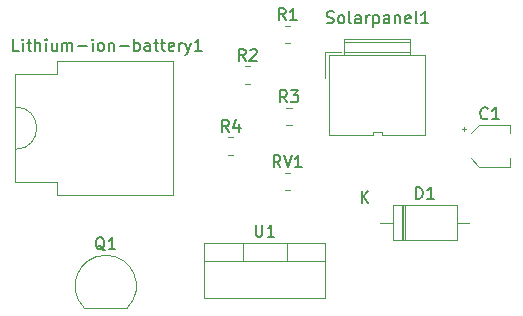
<source format=gbr>
%TF.GenerationSoftware,KiCad,Pcbnew,9.0.0*%
%TF.CreationDate,2025-03-25T11:32:13+05:30*%
%TF.ProjectId,solarpannel_project,736f6c61-7270-4616-9e6e-656c5f70726f,rev?*%
%TF.SameCoordinates,Original*%
%TF.FileFunction,Legend,Top*%
%TF.FilePolarity,Positive*%
%FSLAX46Y46*%
G04 Gerber Fmt 4.6, Leading zero omitted, Abs format (unit mm)*
G04 Created by KiCad (PCBNEW 9.0.0) date 2025-03-25 11:32:13*
%MOMM*%
%LPD*%
G01*
G04 APERTURE LIST*
%ADD10C,0.150000*%
%ADD11C,0.120000*%
G04 APERTURE END LIST*
D10*
X125653809Y-78954819D02*
X125177619Y-78954819D01*
X125177619Y-78954819D02*
X125177619Y-77954819D01*
X125987143Y-78954819D02*
X125987143Y-78288152D01*
X125987143Y-77954819D02*
X125939524Y-78002438D01*
X125939524Y-78002438D02*
X125987143Y-78050057D01*
X125987143Y-78050057D02*
X126034762Y-78002438D01*
X126034762Y-78002438D02*
X125987143Y-77954819D01*
X125987143Y-77954819D02*
X125987143Y-78050057D01*
X126320476Y-78288152D02*
X126701428Y-78288152D01*
X126463333Y-77954819D02*
X126463333Y-78811961D01*
X126463333Y-78811961D02*
X126510952Y-78907200D01*
X126510952Y-78907200D02*
X126606190Y-78954819D01*
X126606190Y-78954819D02*
X126701428Y-78954819D01*
X127034762Y-78954819D02*
X127034762Y-77954819D01*
X127463333Y-78954819D02*
X127463333Y-78431009D01*
X127463333Y-78431009D02*
X127415714Y-78335771D01*
X127415714Y-78335771D02*
X127320476Y-78288152D01*
X127320476Y-78288152D02*
X127177619Y-78288152D01*
X127177619Y-78288152D02*
X127082381Y-78335771D01*
X127082381Y-78335771D02*
X127034762Y-78383390D01*
X127939524Y-78954819D02*
X127939524Y-78288152D01*
X127939524Y-77954819D02*
X127891905Y-78002438D01*
X127891905Y-78002438D02*
X127939524Y-78050057D01*
X127939524Y-78050057D02*
X127987143Y-78002438D01*
X127987143Y-78002438D02*
X127939524Y-77954819D01*
X127939524Y-77954819D02*
X127939524Y-78050057D01*
X128844285Y-78288152D02*
X128844285Y-78954819D01*
X128415714Y-78288152D02*
X128415714Y-78811961D01*
X128415714Y-78811961D02*
X128463333Y-78907200D01*
X128463333Y-78907200D02*
X128558571Y-78954819D01*
X128558571Y-78954819D02*
X128701428Y-78954819D01*
X128701428Y-78954819D02*
X128796666Y-78907200D01*
X128796666Y-78907200D02*
X128844285Y-78859580D01*
X129320476Y-78954819D02*
X129320476Y-78288152D01*
X129320476Y-78383390D02*
X129368095Y-78335771D01*
X129368095Y-78335771D02*
X129463333Y-78288152D01*
X129463333Y-78288152D02*
X129606190Y-78288152D01*
X129606190Y-78288152D02*
X129701428Y-78335771D01*
X129701428Y-78335771D02*
X129749047Y-78431009D01*
X129749047Y-78431009D02*
X129749047Y-78954819D01*
X129749047Y-78431009D02*
X129796666Y-78335771D01*
X129796666Y-78335771D02*
X129891904Y-78288152D01*
X129891904Y-78288152D02*
X130034761Y-78288152D01*
X130034761Y-78288152D02*
X130130000Y-78335771D01*
X130130000Y-78335771D02*
X130177619Y-78431009D01*
X130177619Y-78431009D02*
X130177619Y-78954819D01*
X130653809Y-78573866D02*
X131415714Y-78573866D01*
X131891904Y-78954819D02*
X131891904Y-78288152D01*
X131891904Y-77954819D02*
X131844285Y-78002438D01*
X131844285Y-78002438D02*
X131891904Y-78050057D01*
X131891904Y-78050057D02*
X131939523Y-78002438D01*
X131939523Y-78002438D02*
X131891904Y-77954819D01*
X131891904Y-77954819D02*
X131891904Y-78050057D01*
X132510951Y-78954819D02*
X132415713Y-78907200D01*
X132415713Y-78907200D02*
X132368094Y-78859580D01*
X132368094Y-78859580D02*
X132320475Y-78764342D01*
X132320475Y-78764342D02*
X132320475Y-78478628D01*
X132320475Y-78478628D02*
X132368094Y-78383390D01*
X132368094Y-78383390D02*
X132415713Y-78335771D01*
X132415713Y-78335771D02*
X132510951Y-78288152D01*
X132510951Y-78288152D02*
X132653808Y-78288152D01*
X132653808Y-78288152D02*
X132749046Y-78335771D01*
X132749046Y-78335771D02*
X132796665Y-78383390D01*
X132796665Y-78383390D02*
X132844284Y-78478628D01*
X132844284Y-78478628D02*
X132844284Y-78764342D01*
X132844284Y-78764342D02*
X132796665Y-78859580D01*
X132796665Y-78859580D02*
X132749046Y-78907200D01*
X132749046Y-78907200D02*
X132653808Y-78954819D01*
X132653808Y-78954819D02*
X132510951Y-78954819D01*
X133272856Y-78288152D02*
X133272856Y-78954819D01*
X133272856Y-78383390D02*
X133320475Y-78335771D01*
X133320475Y-78335771D02*
X133415713Y-78288152D01*
X133415713Y-78288152D02*
X133558570Y-78288152D01*
X133558570Y-78288152D02*
X133653808Y-78335771D01*
X133653808Y-78335771D02*
X133701427Y-78431009D01*
X133701427Y-78431009D02*
X133701427Y-78954819D01*
X134177618Y-78573866D02*
X134939523Y-78573866D01*
X135415713Y-78954819D02*
X135415713Y-77954819D01*
X135415713Y-78335771D02*
X135510951Y-78288152D01*
X135510951Y-78288152D02*
X135701427Y-78288152D01*
X135701427Y-78288152D02*
X135796665Y-78335771D01*
X135796665Y-78335771D02*
X135844284Y-78383390D01*
X135844284Y-78383390D02*
X135891903Y-78478628D01*
X135891903Y-78478628D02*
X135891903Y-78764342D01*
X135891903Y-78764342D02*
X135844284Y-78859580D01*
X135844284Y-78859580D02*
X135796665Y-78907200D01*
X135796665Y-78907200D02*
X135701427Y-78954819D01*
X135701427Y-78954819D02*
X135510951Y-78954819D01*
X135510951Y-78954819D02*
X135415713Y-78907200D01*
X136749046Y-78954819D02*
X136749046Y-78431009D01*
X136749046Y-78431009D02*
X136701427Y-78335771D01*
X136701427Y-78335771D02*
X136606189Y-78288152D01*
X136606189Y-78288152D02*
X136415713Y-78288152D01*
X136415713Y-78288152D02*
X136320475Y-78335771D01*
X136749046Y-78907200D02*
X136653808Y-78954819D01*
X136653808Y-78954819D02*
X136415713Y-78954819D01*
X136415713Y-78954819D02*
X136320475Y-78907200D01*
X136320475Y-78907200D02*
X136272856Y-78811961D01*
X136272856Y-78811961D02*
X136272856Y-78716723D01*
X136272856Y-78716723D02*
X136320475Y-78621485D01*
X136320475Y-78621485D02*
X136415713Y-78573866D01*
X136415713Y-78573866D02*
X136653808Y-78573866D01*
X136653808Y-78573866D02*
X136749046Y-78526247D01*
X137082380Y-78288152D02*
X137463332Y-78288152D01*
X137225237Y-77954819D02*
X137225237Y-78811961D01*
X137225237Y-78811961D02*
X137272856Y-78907200D01*
X137272856Y-78907200D02*
X137368094Y-78954819D01*
X137368094Y-78954819D02*
X137463332Y-78954819D01*
X137653809Y-78288152D02*
X138034761Y-78288152D01*
X137796666Y-77954819D02*
X137796666Y-78811961D01*
X137796666Y-78811961D02*
X137844285Y-78907200D01*
X137844285Y-78907200D02*
X137939523Y-78954819D01*
X137939523Y-78954819D02*
X138034761Y-78954819D01*
X138749047Y-78907200D02*
X138653809Y-78954819D01*
X138653809Y-78954819D02*
X138463333Y-78954819D01*
X138463333Y-78954819D02*
X138368095Y-78907200D01*
X138368095Y-78907200D02*
X138320476Y-78811961D01*
X138320476Y-78811961D02*
X138320476Y-78431009D01*
X138320476Y-78431009D02*
X138368095Y-78335771D01*
X138368095Y-78335771D02*
X138463333Y-78288152D01*
X138463333Y-78288152D02*
X138653809Y-78288152D01*
X138653809Y-78288152D02*
X138749047Y-78335771D01*
X138749047Y-78335771D02*
X138796666Y-78431009D01*
X138796666Y-78431009D02*
X138796666Y-78526247D01*
X138796666Y-78526247D02*
X138320476Y-78621485D01*
X139225238Y-78954819D02*
X139225238Y-78288152D01*
X139225238Y-78478628D02*
X139272857Y-78383390D01*
X139272857Y-78383390D02*
X139320476Y-78335771D01*
X139320476Y-78335771D02*
X139415714Y-78288152D01*
X139415714Y-78288152D02*
X139510952Y-78288152D01*
X139749048Y-78288152D02*
X139987143Y-78954819D01*
X140225238Y-78288152D02*
X139987143Y-78954819D01*
X139987143Y-78954819D02*
X139891905Y-79192914D01*
X139891905Y-79192914D02*
X139844286Y-79240533D01*
X139844286Y-79240533D02*
X139749048Y-79288152D01*
X141130000Y-78954819D02*
X140558572Y-78954819D01*
X140844286Y-78954819D02*
X140844286Y-77954819D01*
X140844286Y-77954819D02*
X140749048Y-78097676D01*
X140749048Y-78097676D02*
X140653810Y-78192914D01*
X140653810Y-78192914D02*
X140558572Y-78240533D01*
X151716785Y-76577200D02*
X151859642Y-76624819D01*
X151859642Y-76624819D02*
X152097737Y-76624819D01*
X152097737Y-76624819D02*
X152192975Y-76577200D01*
X152192975Y-76577200D02*
X152240594Y-76529580D01*
X152240594Y-76529580D02*
X152288213Y-76434342D01*
X152288213Y-76434342D02*
X152288213Y-76339104D01*
X152288213Y-76339104D02*
X152240594Y-76243866D01*
X152240594Y-76243866D02*
X152192975Y-76196247D01*
X152192975Y-76196247D02*
X152097737Y-76148628D01*
X152097737Y-76148628D02*
X151907261Y-76101009D01*
X151907261Y-76101009D02*
X151812023Y-76053390D01*
X151812023Y-76053390D02*
X151764404Y-76005771D01*
X151764404Y-76005771D02*
X151716785Y-75910533D01*
X151716785Y-75910533D02*
X151716785Y-75815295D01*
X151716785Y-75815295D02*
X151764404Y-75720057D01*
X151764404Y-75720057D02*
X151812023Y-75672438D01*
X151812023Y-75672438D02*
X151907261Y-75624819D01*
X151907261Y-75624819D02*
X152145356Y-75624819D01*
X152145356Y-75624819D02*
X152288213Y-75672438D01*
X152859642Y-76624819D02*
X152764404Y-76577200D01*
X152764404Y-76577200D02*
X152716785Y-76529580D01*
X152716785Y-76529580D02*
X152669166Y-76434342D01*
X152669166Y-76434342D02*
X152669166Y-76148628D01*
X152669166Y-76148628D02*
X152716785Y-76053390D01*
X152716785Y-76053390D02*
X152764404Y-76005771D01*
X152764404Y-76005771D02*
X152859642Y-75958152D01*
X152859642Y-75958152D02*
X153002499Y-75958152D01*
X153002499Y-75958152D02*
X153097737Y-76005771D01*
X153097737Y-76005771D02*
X153145356Y-76053390D01*
X153145356Y-76053390D02*
X153192975Y-76148628D01*
X153192975Y-76148628D02*
X153192975Y-76434342D01*
X153192975Y-76434342D02*
X153145356Y-76529580D01*
X153145356Y-76529580D02*
X153097737Y-76577200D01*
X153097737Y-76577200D02*
X153002499Y-76624819D01*
X153002499Y-76624819D02*
X152859642Y-76624819D01*
X153764404Y-76624819D02*
X153669166Y-76577200D01*
X153669166Y-76577200D02*
X153621547Y-76481961D01*
X153621547Y-76481961D02*
X153621547Y-75624819D01*
X154573928Y-76624819D02*
X154573928Y-76101009D01*
X154573928Y-76101009D02*
X154526309Y-76005771D01*
X154526309Y-76005771D02*
X154431071Y-75958152D01*
X154431071Y-75958152D02*
X154240595Y-75958152D01*
X154240595Y-75958152D02*
X154145357Y-76005771D01*
X154573928Y-76577200D02*
X154478690Y-76624819D01*
X154478690Y-76624819D02*
X154240595Y-76624819D01*
X154240595Y-76624819D02*
X154145357Y-76577200D01*
X154145357Y-76577200D02*
X154097738Y-76481961D01*
X154097738Y-76481961D02*
X154097738Y-76386723D01*
X154097738Y-76386723D02*
X154145357Y-76291485D01*
X154145357Y-76291485D02*
X154240595Y-76243866D01*
X154240595Y-76243866D02*
X154478690Y-76243866D01*
X154478690Y-76243866D02*
X154573928Y-76196247D01*
X155050119Y-76624819D02*
X155050119Y-75958152D01*
X155050119Y-76148628D02*
X155097738Y-76053390D01*
X155097738Y-76053390D02*
X155145357Y-76005771D01*
X155145357Y-76005771D02*
X155240595Y-75958152D01*
X155240595Y-75958152D02*
X155335833Y-75958152D01*
X155669167Y-75958152D02*
X155669167Y-76958152D01*
X155669167Y-76005771D02*
X155764405Y-75958152D01*
X155764405Y-75958152D02*
X155954881Y-75958152D01*
X155954881Y-75958152D02*
X156050119Y-76005771D01*
X156050119Y-76005771D02*
X156097738Y-76053390D01*
X156097738Y-76053390D02*
X156145357Y-76148628D01*
X156145357Y-76148628D02*
X156145357Y-76434342D01*
X156145357Y-76434342D02*
X156097738Y-76529580D01*
X156097738Y-76529580D02*
X156050119Y-76577200D01*
X156050119Y-76577200D02*
X155954881Y-76624819D01*
X155954881Y-76624819D02*
X155764405Y-76624819D01*
X155764405Y-76624819D02*
X155669167Y-76577200D01*
X157002500Y-76624819D02*
X157002500Y-76101009D01*
X157002500Y-76101009D02*
X156954881Y-76005771D01*
X156954881Y-76005771D02*
X156859643Y-75958152D01*
X156859643Y-75958152D02*
X156669167Y-75958152D01*
X156669167Y-75958152D02*
X156573929Y-76005771D01*
X157002500Y-76577200D02*
X156907262Y-76624819D01*
X156907262Y-76624819D02*
X156669167Y-76624819D01*
X156669167Y-76624819D02*
X156573929Y-76577200D01*
X156573929Y-76577200D02*
X156526310Y-76481961D01*
X156526310Y-76481961D02*
X156526310Y-76386723D01*
X156526310Y-76386723D02*
X156573929Y-76291485D01*
X156573929Y-76291485D02*
X156669167Y-76243866D01*
X156669167Y-76243866D02*
X156907262Y-76243866D01*
X156907262Y-76243866D02*
X157002500Y-76196247D01*
X157478691Y-75958152D02*
X157478691Y-76624819D01*
X157478691Y-76053390D02*
X157526310Y-76005771D01*
X157526310Y-76005771D02*
X157621548Y-75958152D01*
X157621548Y-75958152D02*
X157764405Y-75958152D01*
X157764405Y-75958152D02*
X157859643Y-76005771D01*
X157859643Y-76005771D02*
X157907262Y-76101009D01*
X157907262Y-76101009D02*
X157907262Y-76624819D01*
X158764405Y-76577200D02*
X158669167Y-76624819D01*
X158669167Y-76624819D02*
X158478691Y-76624819D01*
X158478691Y-76624819D02*
X158383453Y-76577200D01*
X158383453Y-76577200D02*
X158335834Y-76481961D01*
X158335834Y-76481961D02*
X158335834Y-76101009D01*
X158335834Y-76101009D02*
X158383453Y-76005771D01*
X158383453Y-76005771D02*
X158478691Y-75958152D01*
X158478691Y-75958152D02*
X158669167Y-75958152D01*
X158669167Y-75958152D02*
X158764405Y-76005771D01*
X158764405Y-76005771D02*
X158812024Y-76101009D01*
X158812024Y-76101009D02*
X158812024Y-76196247D01*
X158812024Y-76196247D02*
X158335834Y-76291485D01*
X159383453Y-76624819D02*
X159288215Y-76577200D01*
X159288215Y-76577200D02*
X159240596Y-76481961D01*
X159240596Y-76481961D02*
X159240596Y-75624819D01*
X160288215Y-76624819D02*
X159716787Y-76624819D01*
X160002501Y-76624819D02*
X160002501Y-75624819D01*
X160002501Y-75624819D02*
X159907263Y-75767676D01*
X159907263Y-75767676D02*
X159812025Y-75862914D01*
X159812025Y-75862914D02*
X159716787Y-75910533D01*
X165333333Y-84659580D02*
X165285714Y-84707200D01*
X165285714Y-84707200D02*
X165142857Y-84754819D01*
X165142857Y-84754819D02*
X165047619Y-84754819D01*
X165047619Y-84754819D02*
X164904762Y-84707200D01*
X164904762Y-84707200D02*
X164809524Y-84611961D01*
X164809524Y-84611961D02*
X164761905Y-84516723D01*
X164761905Y-84516723D02*
X164714286Y-84326247D01*
X164714286Y-84326247D02*
X164714286Y-84183390D01*
X164714286Y-84183390D02*
X164761905Y-83992914D01*
X164761905Y-83992914D02*
X164809524Y-83897676D01*
X164809524Y-83897676D02*
X164904762Y-83802438D01*
X164904762Y-83802438D02*
X165047619Y-83754819D01*
X165047619Y-83754819D02*
X165142857Y-83754819D01*
X165142857Y-83754819D02*
X165285714Y-83802438D01*
X165285714Y-83802438D02*
X165333333Y-83850057D01*
X166285714Y-84754819D02*
X165714286Y-84754819D01*
X166000000Y-84754819D02*
X166000000Y-83754819D01*
X166000000Y-83754819D02*
X165904762Y-83897676D01*
X165904762Y-83897676D02*
X165809524Y-83992914D01*
X165809524Y-83992914D02*
X165714286Y-84040533D01*
X159261905Y-91484819D02*
X159261905Y-90484819D01*
X159261905Y-90484819D02*
X159500000Y-90484819D01*
X159500000Y-90484819D02*
X159642857Y-90532438D01*
X159642857Y-90532438D02*
X159738095Y-90627676D01*
X159738095Y-90627676D02*
X159785714Y-90722914D01*
X159785714Y-90722914D02*
X159833333Y-90913390D01*
X159833333Y-90913390D02*
X159833333Y-91056247D01*
X159833333Y-91056247D02*
X159785714Y-91246723D01*
X159785714Y-91246723D02*
X159738095Y-91341961D01*
X159738095Y-91341961D02*
X159642857Y-91437200D01*
X159642857Y-91437200D02*
X159500000Y-91484819D01*
X159500000Y-91484819D02*
X159261905Y-91484819D01*
X160785714Y-91484819D02*
X160214286Y-91484819D01*
X160500000Y-91484819D02*
X160500000Y-90484819D01*
X160500000Y-90484819D02*
X160404762Y-90627676D01*
X160404762Y-90627676D02*
X160309524Y-90722914D01*
X160309524Y-90722914D02*
X160214286Y-90770533D01*
X154658095Y-91854819D02*
X154658095Y-90854819D01*
X155229523Y-91854819D02*
X154800952Y-91283390D01*
X155229523Y-90854819D02*
X154658095Y-91426247D01*
X145698095Y-93684819D02*
X145698095Y-94494342D01*
X145698095Y-94494342D02*
X145745714Y-94589580D01*
X145745714Y-94589580D02*
X145793333Y-94637200D01*
X145793333Y-94637200D02*
X145888571Y-94684819D01*
X145888571Y-94684819D02*
X146079047Y-94684819D01*
X146079047Y-94684819D02*
X146174285Y-94637200D01*
X146174285Y-94637200D02*
X146221904Y-94589580D01*
X146221904Y-94589580D02*
X146269523Y-94494342D01*
X146269523Y-94494342D02*
X146269523Y-93684819D01*
X147269523Y-94684819D02*
X146698095Y-94684819D01*
X146983809Y-94684819D02*
X146983809Y-93684819D01*
X146983809Y-93684819D02*
X146888571Y-93827676D01*
X146888571Y-93827676D02*
X146793333Y-93922914D01*
X146793333Y-93922914D02*
X146698095Y-93970533D01*
X144833333Y-79804819D02*
X144500000Y-79328628D01*
X144261905Y-79804819D02*
X144261905Y-78804819D01*
X144261905Y-78804819D02*
X144642857Y-78804819D01*
X144642857Y-78804819D02*
X144738095Y-78852438D01*
X144738095Y-78852438D02*
X144785714Y-78900057D01*
X144785714Y-78900057D02*
X144833333Y-78995295D01*
X144833333Y-78995295D02*
X144833333Y-79138152D01*
X144833333Y-79138152D02*
X144785714Y-79233390D01*
X144785714Y-79233390D02*
X144738095Y-79281009D01*
X144738095Y-79281009D02*
X144642857Y-79328628D01*
X144642857Y-79328628D02*
X144261905Y-79328628D01*
X145214286Y-78900057D02*
X145261905Y-78852438D01*
X145261905Y-78852438D02*
X145357143Y-78804819D01*
X145357143Y-78804819D02*
X145595238Y-78804819D01*
X145595238Y-78804819D02*
X145690476Y-78852438D01*
X145690476Y-78852438D02*
X145738095Y-78900057D01*
X145738095Y-78900057D02*
X145785714Y-78995295D01*
X145785714Y-78995295D02*
X145785714Y-79090533D01*
X145785714Y-79090533D02*
X145738095Y-79233390D01*
X145738095Y-79233390D02*
X145166667Y-79804819D01*
X145166667Y-79804819D02*
X145785714Y-79804819D01*
X132904761Y-95850057D02*
X132809523Y-95802438D01*
X132809523Y-95802438D02*
X132714285Y-95707200D01*
X132714285Y-95707200D02*
X132571428Y-95564342D01*
X132571428Y-95564342D02*
X132476190Y-95516723D01*
X132476190Y-95516723D02*
X132380952Y-95516723D01*
X132428571Y-95754819D02*
X132333333Y-95707200D01*
X132333333Y-95707200D02*
X132238095Y-95611961D01*
X132238095Y-95611961D02*
X132190476Y-95421485D01*
X132190476Y-95421485D02*
X132190476Y-95088152D01*
X132190476Y-95088152D02*
X132238095Y-94897676D01*
X132238095Y-94897676D02*
X132333333Y-94802438D01*
X132333333Y-94802438D02*
X132428571Y-94754819D01*
X132428571Y-94754819D02*
X132619047Y-94754819D01*
X132619047Y-94754819D02*
X132714285Y-94802438D01*
X132714285Y-94802438D02*
X132809523Y-94897676D01*
X132809523Y-94897676D02*
X132857142Y-95088152D01*
X132857142Y-95088152D02*
X132857142Y-95421485D01*
X132857142Y-95421485D02*
X132809523Y-95611961D01*
X132809523Y-95611961D02*
X132714285Y-95707200D01*
X132714285Y-95707200D02*
X132619047Y-95754819D01*
X132619047Y-95754819D02*
X132428571Y-95754819D01*
X133809523Y-95754819D02*
X133238095Y-95754819D01*
X133523809Y-95754819D02*
X133523809Y-94754819D01*
X133523809Y-94754819D02*
X133428571Y-94897676D01*
X133428571Y-94897676D02*
X133333333Y-94992914D01*
X133333333Y-94992914D02*
X133238095Y-95040533D01*
X143420833Y-85804819D02*
X143087500Y-85328628D01*
X142849405Y-85804819D02*
X142849405Y-84804819D01*
X142849405Y-84804819D02*
X143230357Y-84804819D01*
X143230357Y-84804819D02*
X143325595Y-84852438D01*
X143325595Y-84852438D02*
X143373214Y-84900057D01*
X143373214Y-84900057D02*
X143420833Y-84995295D01*
X143420833Y-84995295D02*
X143420833Y-85138152D01*
X143420833Y-85138152D02*
X143373214Y-85233390D01*
X143373214Y-85233390D02*
X143325595Y-85281009D01*
X143325595Y-85281009D02*
X143230357Y-85328628D01*
X143230357Y-85328628D02*
X142849405Y-85328628D01*
X144277976Y-85138152D02*
X144277976Y-85804819D01*
X144039881Y-84757200D02*
X143801786Y-85471485D01*
X143801786Y-85471485D02*
X144420833Y-85471485D01*
X148333333Y-83304819D02*
X148000000Y-82828628D01*
X147761905Y-83304819D02*
X147761905Y-82304819D01*
X147761905Y-82304819D02*
X148142857Y-82304819D01*
X148142857Y-82304819D02*
X148238095Y-82352438D01*
X148238095Y-82352438D02*
X148285714Y-82400057D01*
X148285714Y-82400057D02*
X148333333Y-82495295D01*
X148333333Y-82495295D02*
X148333333Y-82638152D01*
X148333333Y-82638152D02*
X148285714Y-82733390D01*
X148285714Y-82733390D02*
X148238095Y-82781009D01*
X148238095Y-82781009D02*
X148142857Y-82828628D01*
X148142857Y-82828628D02*
X147761905Y-82828628D01*
X148666667Y-82304819D02*
X149285714Y-82304819D01*
X149285714Y-82304819D02*
X148952381Y-82685771D01*
X148952381Y-82685771D02*
X149095238Y-82685771D01*
X149095238Y-82685771D02*
X149190476Y-82733390D01*
X149190476Y-82733390D02*
X149238095Y-82781009D01*
X149238095Y-82781009D02*
X149285714Y-82876247D01*
X149285714Y-82876247D02*
X149285714Y-83114342D01*
X149285714Y-83114342D02*
X149238095Y-83209580D01*
X149238095Y-83209580D02*
X149190476Y-83257200D01*
X149190476Y-83257200D02*
X149095238Y-83304819D01*
X149095238Y-83304819D02*
X148809524Y-83304819D01*
X148809524Y-83304819D02*
X148714286Y-83257200D01*
X148714286Y-83257200D02*
X148666667Y-83209580D01*
X148223333Y-76354819D02*
X147890000Y-75878628D01*
X147651905Y-76354819D02*
X147651905Y-75354819D01*
X147651905Y-75354819D02*
X148032857Y-75354819D01*
X148032857Y-75354819D02*
X148128095Y-75402438D01*
X148128095Y-75402438D02*
X148175714Y-75450057D01*
X148175714Y-75450057D02*
X148223333Y-75545295D01*
X148223333Y-75545295D02*
X148223333Y-75688152D01*
X148223333Y-75688152D02*
X148175714Y-75783390D01*
X148175714Y-75783390D02*
X148128095Y-75831009D01*
X148128095Y-75831009D02*
X148032857Y-75878628D01*
X148032857Y-75878628D02*
X147651905Y-75878628D01*
X149175714Y-76354819D02*
X148604286Y-76354819D01*
X148890000Y-76354819D02*
X148890000Y-75354819D01*
X148890000Y-75354819D02*
X148794762Y-75497676D01*
X148794762Y-75497676D02*
X148699524Y-75592914D01*
X148699524Y-75592914D02*
X148604286Y-75640533D01*
X147794761Y-88804819D02*
X147461428Y-88328628D01*
X147223333Y-88804819D02*
X147223333Y-87804819D01*
X147223333Y-87804819D02*
X147604285Y-87804819D01*
X147604285Y-87804819D02*
X147699523Y-87852438D01*
X147699523Y-87852438D02*
X147747142Y-87900057D01*
X147747142Y-87900057D02*
X147794761Y-87995295D01*
X147794761Y-87995295D02*
X147794761Y-88138152D01*
X147794761Y-88138152D02*
X147747142Y-88233390D01*
X147747142Y-88233390D02*
X147699523Y-88281009D01*
X147699523Y-88281009D02*
X147604285Y-88328628D01*
X147604285Y-88328628D02*
X147223333Y-88328628D01*
X148080476Y-87804819D02*
X148413809Y-88804819D01*
X148413809Y-88804819D02*
X148747142Y-87804819D01*
X149604285Y-88804819D02*
X149032857Y-88804819D01*
X149318571Y-88804819D02*
X149318571Y-87804819D01*
X149318571Y-87804819D02*
X149223333Y-87947676D01*
X149223333Y-87947676D02*
X149128095Y-88042914D01*
X149128095Y-88042914D02*
X149032857Y-88090533D01*
D11*
%TO.C,Lithium-ion-battery1*%
X125350000Y-83700000D02*
G75*
G02*
X125350000Y-87300000I0J-1800000D01*
G01*
X138730000Y-91200000D02*
X138730000Y-79800000D01*
X138730000Y-79800000D02*
X128850000Y-79800000D01*
X128850000Y-91200000D02*
X138730000Y-91200000D01*
X128850000Y-90100000D02*
X128850000Y-91200000D01*
X128850000Y-80900000D02*
X125350000Y-80900000D01*
X128850000Y-79800000D02*
X128850000Y-80900000D01*
X125350000Y-90100000D02*
X128850000Y-90100000D01*
X125350000Y-80900000D02*
X125350000Y-90100000D01*
%TO.C,Solarpanel1*%
X160062500Y-86080000D02*
X160062500Y-81250000D01*
X160062500Y-79340000D02*
X160062500Y-81250000D01*
X158792500Y-79340000D02*
X158792500Y-77950000D01*
X156382500Y-86080000D02*
X160062500Y-86080000D01*
X156382500Y-85820000D02*
X156382500Y-86080000D01*
X155612500Y-86080000D02*
X155612500Y-85820000D01*
X155612500Y-86080000D02*
X151932500Y-86080000D01*
X155612500Y-85820000D02*
X156382500Y-85820000D01*
X153202500Y-79340000D02*
X153202500Y-77950000D01*
X153202500Y-79090000D02*
X158792500Y-79090000D01*
X153202500Y-78200000D02*
X158792500Y-78200000D01*
X153202500Y-77950000D02*
X158792500Y-77950000D01*
X152892500Y-79050000D02*
X151592500Y-79050000D01*
X151932500Y-81250000D02*
X151932500Y-86080000D01*
X151932500Y-79340000D02*
X160062500Y-79340000D01*
X151932500Y-79340000D02*
X151932500Y-81250000D01*
X151592500Y-79050000D02*
X151592500Y-81250000D01*
%TO.C,C1*%
X167260000Y-88760000D02*
X167260000Y-88060000D01*
X167260000Y-85240000D02*
X167260000Y-85940000D01*
X164629437Y-88760000D02*
X167260000Y-88760000D01*
X164629437Y-85240000D02*
X167260000Y-85240000D01*
X163929437Y-88060000D02*
X164629437Y-88760000D01*
X163929437Y-85940000D02*
X164629437Y-85240000D01*
X163312500Y-85377500D02*
X163312500Y-85752500D01*
X163125000Y-85565000D02*
X163500000Y-85565000D01*
%TO.C,D1*%
X163740000Y-93500000D02*
X162720000Y-93500000D01*
X162720000Y-94970000D02*
X162720000Y-92030000D01*
X162720000Y-92030000D02*
X157280000Y-92030000D01*
X158300000Y-92030000D02*
X158300000Y-94970000D01*
X158180000Y-92030000D02*
X158180000Y-94970000D01*
X158060000Y-92030000D02*
X158060000Y-94970000D01*
X157280000Y-94970000D02*
X162720000Y-94970000D01*
X157280000Y-92030000D02*
X157280000Y-94970000D01*
X156260000Y-93500000D02*
X157280000Y-93500000D01*
%TO.C,U1*%
X151580000Y-95230000D02*
X151580000Y-99871000D01*
X148311000Y-95230000D02*
X148311000Y-96740000D01*
X144610000Y-95230000D02*
X144610000Y-96740000D01*
X141340000Y-99871000D02*
X151580000Y-99871000D01*
X141340000Y-96740000D02*
X151580000Y-96740000D01*
X141340000Y-95230000D02*
X151580000Y-95230000D01*
X141340000Y-95230000D02*
X141340000Y-99871000D01*
%TO.C,R2*%
X144772936Y-81735000D02*
X145227064Y-81735000D01*
X144772936Y-80265000D02*
X145227064Y-80265000D01*
%TO.C,Q1*%
X133000000Y-96260000D02*
G75*
G02*
X134838478Y-100698478I0J-2600000D01*
G01*
X131161522Y-100698478D02*
G75*
G02*
X133000000Y-96259999I1838478J1838478D01*
G01*
X131200000Y-100710000D02*
X134800000Y-100710000D01*
%TO.C,R4*%
X143360436Y-87735000D02*
X143814564Y-87735000D01*
X143360436Y-86265000D02*
X143814564Y-86265000D01*
%TO.C,R3*%
X148272936Y-85235000D02*
X148727064Y-85235000D01*
X148272936Y-83765000D02*
X148727064Y-83765000D01*
%TO.C,R1*%
X148162936Y-78285000D02*
X148617064Y-78285000D01*
X148162936Y-76815000D02*
X148617064Y-76815000D01*
%TO.C,RV1*%
X148162936Y-90735000D02*
X148617064Y-90735000D01*
X148162936Y-89265000D02*
X148617064Y-89265000D01*
%TD*%
M02*

</source>
